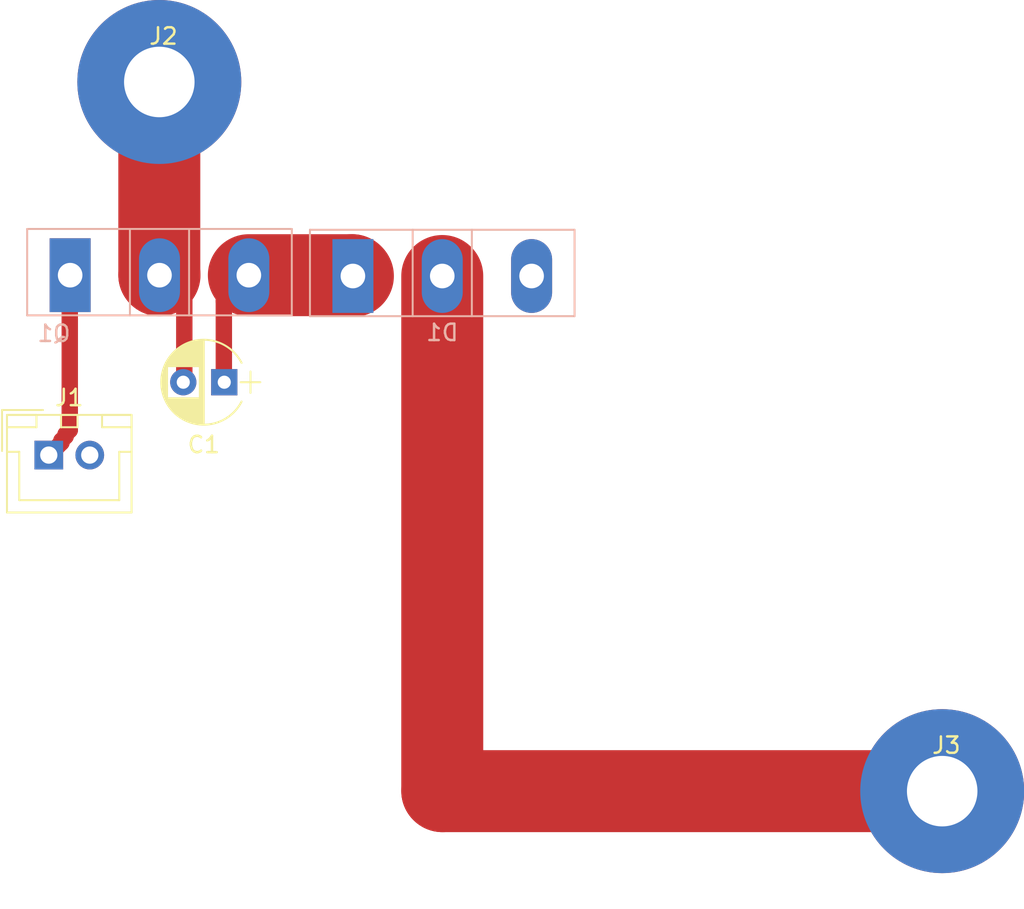
<source format=kicad_pcb>
(kicad_pcb (version 4) (host pcbnew 4.0.6)

  (general
    (links 7)
    (no_connects 4)
    (area 120.312199 84.8716 183.581 141.1528)
    (thickness 1.6)
    (drawings 0)
    (tracks 26)
    (zones 0)
    (modules 6)
    (nets 6)
  )

  (page A4)
  (layers
    (0 F.Cu signal)
    (31 B.Cu signal)
    (32 B.Adhes user)
    (33 F.Adhes user)
    (34 B.Paste user)
    (35 F.Paste user)
    (36 B.SilkS user)
    (37 F.SilkS user)
    (38 B.Mask user)
    (39 F.Mask user)
    (40 Dwgs.User user)
    (41 Cmts.User user)
    (42 Eco1.User user)
    (43 Eco2.User user)
    (44 Edge.Cuts user)
    (45 Margin user)
    (46 B.CrtYd user)
    (47 F.CrtYd user)
    (48 B.Fab user)
    (49 F.Fab user)
  )

  (setup
    (last_trace_width 1)
    (trace_clearance 0.4)
    (zone_clearance 0.508)
    (zone_45_only no)
    (trace_min 0.2)
    (segment_width 0.2)
    (edge_width 0.15)
    (via_size 1.5)
    (via_drill 1)
    (via_min_size 0.4)
    (via_min_drill 0.3)
    (uvia_size 1)
    (uvia_drill 0.5)
    (uvias_allowed no)
    (uvia_min_size 0.2)
    (uvia_min_drill 0.1)
    (pcb_text_width 0.3)
    (pcb_text_size 1.5 1.5)
    (mod_edge_width 0.15)
    (mod_text_size 1 1)
    (mod_text_width 0.15)
    (pad_size 1.524 1.524)
    (pad_drill 0.762)
    (pad_to_mask_clearance 0.2)
    (aux_axis_origin 0 0)
    (visible_elements 7FFFFFFF)
    (pcbplotparams
      (layerselection 0x00030_80000001)
      (usegerberextensions false)
      (excludeedgelayer true)
      (linewidth 0.100000)
      (plotframeref false)
      (viasonmask false)
      (mode 1)
      (useauxorigin false)
      (hpglpennumber 1)
      (hpglpenspeed 20)
      (hpglpendiameter 15)
      (hpglpenoverlay 2)
      (psnegative false)
      (psa4output false)
      (plotreference true)
      (plotvalue true)
      (plotinvisibletext false)
      (padsonsilk false)
      (subtractmaskfromsilk false)
      (outputformat 1)
      (mirror false)
      (drillshape 1)
      (scaleselection 1)
      (outputdirectory ""))
  )

  (net 0 "")
  (net 1 GND_ISO)
  (net 2 "Net-(C1-Pad2)")
  (net 3 "Net-(D1-Pad2)")
  (net 4 "Net-(D1-Pad3)")
  (net 5 DRV_GATE)

  (net_class Default "This is the default net class."
    (clearance 0.4)
    (trace_width 1)
    (via_dia 1.5)
    (via_drill 1)
    (uvia_dia 1)
    (uvia_drill 0.5)
    (add_net DRV_GATE)
    (add_net GND_ISO)
    (add_net "Net-(C1-Pad2)")
    (add_net "Net-(D1-Pad2)")
    (add_net "Net-(D1-Pad3)")
  )

  (module TO_SOT_Packages_THT:TO-247_TO-3P_Vertical (layer B.Cu) (tedit 58CE52AE) (tstamp 59AEC147)
    (at 142.237292 102.107022)
    (descr "TO-247, Vertical, RM 5.45mm, TO-3P")
    (tags "TO-247 Vertical RM 5.45mm TO-3P")
    (path /59AEBE37)
    (fp_text reference D1 (at 5.45 3.45) (layer B.SilkS)
      (effects (font (size 1 1) (thickness 0.15)) (justify mirror))
    )
    (fp_text value PWR_DIODE (at 5.45 -6.07) (layer B.Fab)
      (effects (font (size 1 1) (thickness 0.15)) (justify mirror))
    )
    (fp_text user %R (at 5.45 3.45) (layer B.Fab)
      (effects (font (size 1 1) (thickness 0.15)) (justify mirror))
    )
    (fp_line (start -2.5 2.33) (end -2.5 -2.7) (layer B.Fab) (width 0.1))
    (fp_line (start -2.5 -2.7) (end 13.4 -2.7) (layer B.Fab) (width 0.1))
    (fp_line (start 13.4 -2.7) (end 13.4 2.33) (layer B.Fab) (width 0.1))
    (fp_line (start 13.4 2.33) (end -2.5 2.33) (layer B.Fab) (width 0.1))
    (fp_line (start 3.645 2.33) (end 3.645 -2.7) (layer B.Fab) (width 0.1))
    (fp_line (start 7.255 2.33) (end 7.255 -2.7) (layer B.Fab) (width 0.1))
    (fp_line (start -2.62 2.451) (end 13.52 2.451) (layer B.SilkS) (width 0.12))
    (fp_line (start -2.62 -2.82) (end 13.52 -2.82) (layer B.SilkS) (width 0.12))
    (fp_line (start -2.62 2.451) (end -2.62 -2.82) (layer B.SilkS) (width 0.12))
    (fp_line (start 13.52 2.451) (end 13.52 -2.82) (layer B.SilkS) (width 0.12))
    (fp_line (start 3.646 2.451) (end 3.646 -2.82) (layer B.SilkS) (width 0.12))
    (fp_line (start 7.255 2.451) (end 7.255 -2.82) (layer B.SilkS) (width 0.12))
    (fp_line (start -2.75 2.59) (end -2.75 -2.95) (layer B.CrtYd) (width 0.05))
    (fp_line (start -2.75 -2.95) (end 13.65 -2.95) (layer B.CrtYd) (width 0.05))
    (fp_line (start 13.65 -2.95) (end 13.65 2.59) (layer B.CrtYd) (width 0.05))
    (fp_line (start 13.65 2.59) (end -2.75 2.59) (layer B.CrtYd) (width 0.05))
    (pad 1 thru_hole rect (at 0 0) (size 2.5 4.5) (drill 1.5) (layers *.Cu *.Mask)
      (net 1 GND_ISO))
    (pad 2 thru_hole oval (at 5.45 0) (size 2.5 4.5) (drill 1.5) (layers *.Cu *.Mask)
      (net 3 "Net-(D1-Pad2)"))
    (pad 3 thru_hole oval (at 10.9 0) (size 2.5 4.5) (drill 1.5) (layers *.Cu *.Mask)
      (net 4 "Net-(D1-Pad3)"))
    (model ${KISYS3DMOD}/TO_SOT_Packages_THT.3dshapes/TO-247_TO-3P_Vertical.wrl
      (at (xyz 0.212598 0 0))
      (scale (xyz 1 1 1))
      (rotate (xyz 0 0 0))
    )
  )

  (module Connectors_JST:JST_XH_B02B-XH-A_02x2.50mm_Straight (layer F.Cu) (tedit 58EAE7F0) (tstamp 59AEC14D)
    (at 123.6872 113.03)
    (descr "JST XH series connector, B02B-XH-A, top entry type, through hole")
    (tags "connector jst xh tht top vertical 2.50mm")
    (path /59AEBE3C)
    (fp_text reference J1 (at 1.25 -3.5) (layer F.SilkS)
      (effects (font (size 1 1) (thickness 0.15)))
    )
    (fp_text value Control (at 1.25 4.5) (layer F.Fab)
      (effects (font (size 1 1) (thickness 0.15)))
    )
    (fp_line (start -2.45 -2.35) (end -2.45 3.4) (layer F.Fab) (width 0.1))
    (fp_line (start -2.45 3.4) (end 4.95 3.4) (layer F.Fab) (width 0.1))
    (fp_line (start 4.95 3.4) (end 4.95 -2.35) (layer F.Fab) (width 0.1))
    (fp_line (start 4.95 -2.35) (end -2.45 -2.35) (layer F.Fab) (width 0.1))
    (fp_line (start -2.95 -2.85) (end -2.95 3.9) (layer F.CrtYd) (width 0.05))
    (fp_line (start -2.95 3.9) (end 5.45 3.9) (layer F.CrtYd) (width 0.05))
    (fp_line (start 5.45 3.9) (end 5.45 -2.85) (layer F.CrtYd) (width 0.05))
    (fp_line (start 5.45 -2.85) (end -2.95 -2.85) (layer F.CrtYd) (width 0.05))
    (fp_line (start -2.55 -2.45) (end -2.55 3.5) (layer F.SilkS) (width 0.12))
    (fp_line (start -2.55 3.5) (end 5.05 3.5) (layer F.SilkS) (width 0.12))
    (fp_line (start 5.05 3.5) (end 5.05 -2.45) (layer F.SilkS) (width 0.12))
    (fp_line (start 5.05 -2.45) (end -2.55 -2.45) (layer F.SilkS) (width 0.12))
    (fp_line (start 0.75 -2.45) (end 0.75 -1.7) (layer F.SilkS) (width 0.12))
    (fp_line (start 0.75 -1.7) (end 1.75 -1.7) (layer F.SilkS) (width 0.12))
    (fp_line (start 1.75 -1.7) (end 1.75 -2.45) (layer F.SilkS) (width 0.12))
    (fp_line (start 1.75 -2.45) (end 0.75 -2.45) (layer F.SilkS) (width 0.12))
    (fp_line (start -2.55 -2.45) (end -2.55 -1.7) (layer F.SilkS) (width 0.12))
    (fp_line (start -2.55 -1.7) (end -0.75 -1.7) (layer F.SilkS) (width 0.12))
    (fp_line (start -0.75 -1.7) (end -0.75 -2.45) (layer F.SilkS) (width 0.12))
    (fp_line (start -0.75 -2.45) (end -2.55 -2.45) (layer F.SilkS) (width 0.12))
    (fp_line (start 3.25 -2.45) (end 3.25 -1.7) (layer F.SilkS) (width 0.12))
    (fp_line (start 3.25 -1.7) (end 5.05 -1.7) (layer F.SilkS) (width 0.12))
    (fp_line (start 5.05 -1.7) (end 5.05 -2.45) (layer F.SilkS) (width 0.12))
    (fp_line (start 5.05 -2.45) (end 3.25 -2.45) (layer F.SilkS) (width 0.12))
    (fp_line (start -2.55 -0.2) (end -1.8 -0.2) (layer F.SilkS) (width 0.12))
    (fp_line (start -1.8 -0.2) (end -1.8 2.75) (layer F.SilkS) (width 0.12))
    (fp_line (start -1.8 2.75) (end 1.25 2.75) (layer F.SilkS) (width 0.12))
    (fp_line (start 5.05 -0.2) (end 4.3 -0.2) (layer F.SilkS) (width 0.12))
    (fp_line (start 4.3 -0.2) (end 4.3 2.75) (layer F.SilkS) (width 0.12))
    (fp_line (start 4.3 2.75) (end 1.25 2.75) (layer F.SilkS) (width 0.12))
    (fp_line (start -0.35 -2.75) (end -2.85 -2.75) (layer F.SilkS) (width 0.12))
    (fp_line (start -2.85 -2.75) (end -2.85 -0.25) (layer F.SilkS) (width 0.12))
    (fp_line (start -0.35 -2.75) (end -2.85 -2.75) (layer F.Fab) (width 0.1))
    (fp_line (start -2.85 -2.75) (end -2.85 -0.25) (layer F.Fab) (width 0.1))
    (fp_text user %R (at 1.25 2.5) (layer F.Fab)
      (effects (font (size 1 1) (thickness 0.15)))
    )
    (pad 1 thru_hole rect (at 0 0) (size 1.75 1.75) (drill 1.05) (layers *.Cu *.Mask)
      (net 5 DRV_GATE))
    (pad 2 thru_hole circle (at 2.5 0) (size 1.75 1.75) (drill 1.05) (layers *.Cu *.Mask)
      (net 1 GND_ISO))
    (model Connectors_JST.3dshapes/JST_XH_B02B-XH-A_02x2.50mm_Straight.wrl
      (at (xyz 0 0 0))
      (scale (xyz 1 1 1))
      (rotate (xyz 0 0 0))
    )
  )

  (module TO_SOT_Packages_THT:TO-247_TO-3P_Vertical (layer B.Cu) (tedit 58CE52AE) (tstamp 59AEC15E)
    (at 124.990692 102.056222)
    (descr "TO-247, Vertical, RM 5.45mm, TO-3P")
    (tags "TO-247 Vertical RM 5.45mm TO-3P")
    (path /59AEBE38)
    (fp_text reference Q1 (at -0.9906 3.556) (layer B.SilkS)
      (effects (font (size 1 1) (thickness 0.15)) (justify mirror))
    )
    (fp_text value RFP12N10L (at 5.45 -6.07) (layer B.Fab)
      (effects (font (size 1 1) (thickness 0.15)) (justify mirror))
    )
    (fp_text user %R (at -0.9906 3.556) (layer B.Fab)
      (effects (font (size 1 1) (thickness 0.15)) (justify mirror))
    )
    (fp_line (start -2.5 2.33) (end -2.5 -2.7) (layer B.Fab) (width 0.1))
    (fp_line (start -2.5 -2.7) (end 13.4 -2.7) (layer B.Fab) (width 0.1))
    (fp_line (start 13.4 -2.7) (end 13.4 2.33) (layer B.Fab) (width 0.1))
    (fp_line (start 13.4 2.33) (end -2.5 2.33) (layer B.Fab) (width 0.1))
    (fp_line (start 3.645 2.33) (end 3.645 -2.7) (layer B.Fab) (width 0.1))
    (fp_line (start 7.255 2.33) (end 7.255 -2.7) (layer B.Fab) (width 0.1))
    (fp_line (start -2.62 2.451) (end 13.52 2.451) (layer B.SilkS) (width 0.12))
    (fp_line (start -2.62 -2.82) (end 13.52 -2.82) (layer B.SilkS) (width 0.12))
    (fp_line (start -2.62 2.451) (end -2.62 -2.82) (layer B.SilkS) (width 0.12))
    (fp_line (start 13.52 2.451) (end 13.52 -2.82) (layer B.SilkS) (width 0.12))
    (fp_line (start 3.646 2.451) (end 3.646 -2.82) (layer B.SilkS) (width 0.12))
    (fp_line (start 7.255 2.451) (end 7.255 -2.82) (layer B.SilkS) (width 0.12))
    (fp_line (start -2.75 2.59) (end -2.75 -2.95) (layer B.CrtYd) (width 0.05))
    (fp_line (start -2.75 -2.95) (end 13.65 -2.95) (layer B.CrtYd) (width 0.05))
    (fp_line (start 13.65 -2.95) (end 13.65 2.59) (layer B.CrtYd) (width 0.05))
    (fp_line (start 13.65 2.59) (end -2.75 2.59) (layer B.CrtYd) (width 0.05))
    (pad 1 thru_hole rect (at 0 0) (size 2.5 4.5) (drill 1.5) (layers *.Cu *.Mask)
      (net 5 DRV_GATE))
    (pad 2 thru_hole oval (at 5.45 0) (size 2.5 4.5) (drill 1.5) (layers *.Cu *.Mask)
      (net 2 "Net-(C1-Pad2)"))
    (pad 3 thru_hole oval (at 10.9 0) (size 2.5 4.5) (drill 1.5) (layers *.Cu *.Mask)
      (net 1 GND_ISO))
    (model ${KISYS3DMOD}/TO_SOT_Packages_THT.3dshapes/TO-247_TO-3P_Vertical.wrl
      (at (xyz 0.212598 0 0))
      (scale (xyz 1 1 1))
      (rotate (xyz 0 0 0))
    )
  )

  (module PartsLibraries:CP_Radial_D5.0mm_P2.50mm (layer F.Cu) (tedit 597BC7C2) (tstamp 59AEEBFE)
    (at 134.3914 108.585 180)
    (descr "CP, Radial series, Radial, pin pitch=2.50mm, , diameter=5mm, Electrolytic Capacitor")
    (tags "CP Radial series Radial pin pitch 2.50mm  diameter 5mm Electrolytic Capacitor")
    (path /59AEBE39)
    (fp_text reference C1 (at 1.25 -3.81 180) (layer F.SilkS)
      (effects (font (size 1 1) (thickness 0.15)))
    )
    (fp_text value C (at 1.25 3.81 180) (layer F.Fab)
      (effects (font (size 1 1) (thickness 0.15)))
    )
    (fp_arc (start 1.25 0) (end -1.05558 -1.18) (angle 125.8) (layer F.SilkS) (width 0.12))
    (fp_arc (start 1.25 0) (end -1.05558 1.18) (angle -125.8) (layer F.SilkS) (width 0.12))
    (fp_arc (start 1.25 0) (end 3.55558 -1.18) (angle 54.2) (layer F.SilkS) (width 0.12))
    (fp_circle (center 1.25 0) (end 3.75 0) (layer F.Fab) (width 0.1))
    (fp_line (start -2.2 0) (end -1 0) (layer F.Fab) (width 0.1))
    (fp_line (start -1.6 -0.65) (end -1.6 0.65) (layer F.Fab) (width 0.1))
    (fp_line (start 1.25 -2.55) (end 1.25 2.55) (layer F.SilkS) (width 0.12))
    (fp_line (start 1.29 -2.55) (end 1.29 2.55) (layer F.SilkS) (width 0.12))
    (fp_line (start 1.33 -2.549) (end 1.33 2.549) (layer F.SilkS) (width 0.12))
    (fp_line (start 1.37 -2.548) (end 1.37 2.548) (layer F.SilkS) (width 0.12))
    (fp_line (start 1.41 -2.546) (end 1.41 2.546) (layer F.SilkS) (width 0.12))
    (fp_line (start 1.45 -2.543) (end 1.45 2.543) (layer F.SilkS) (width 0.12))
    (fp_line (start 1.49 -2.539) (end 1.49 2.539) (layer F.SilkS) (width 0.12))
    (fp_line (start 1.53 -2.535) (end 1.53 -0.98) (layer F.SilkS) (width 0.12))
    (fp_line (start 1.53 0.98) (end 1.53 2.535) (layer F.SilkS) (width 0.12))
    (fp_line (start 1.57 -2.531) (end 1.57 -0.98) (layer F.SilkS) (width 0.12))
    (fp_line (start 1.57 0.98) (end 1.57 2.531) (layer F.SilkS) (width 0.12))
    (fp_line (start 1.61 -2.525) (end 1.61 -0.98) (layer F.SilkS) (width 0.12))
    (fp_line (start 1.61 0.98) (end 1.61 2.525) (layer F.SilkS) (width 0.12))
    (fp_line (start 1.65 -2.519) (end 1.65 -0.98) (layer F.SilkS) (width 0.12))
    (fp_line (start 1.65 0.98) (end 1.65 2.519) (layer F.SilkS) (width 0.12))
    (fp_line (start 1.69 -2.513) (end 1.69 -0.98) (layer F.SilkS) (width 0.12))
    (fp_line (start 1.69 0.98) (end 1.69 2.513) (layer F.SilkS) (width 0.12))
    (fp_line (start 1.73 -2.506) (end 1.73 -0.98) (layer F.SilkS) (width 0.12))
    (fp_line (start 1.73 0.98) (end 1.73 2.506) (layer F.SilkS) (width 0.12))
    (fp_line (start 1.77 -2.498) (end 1.77 -0.98) (layer F.SilkS) (width 0.12))
    (fp_line (start 1.77 0.98) (end 1.77 2.498) (layer F.SilkS) (width 0.12))
    (fp_line (start 1.81 -2.489) (end 1.81 -0.98) (layer F.SilkS) (width 0.12))
    (fp_line (start 1.81 0.98) (end 1.81 2.489) (layer F.SilkS) (width 0.12))
    (fp_line (start 1.85 -2.48) (end 1.85 -0.98) (layer F.SilkS) (width 0.12))
    (fp_line (start 1.85 0.98) (end 1.85 2.48) (layer F.SilkS) (width 0.12))
    (fp_line (start 1.89 -2.47) (end 1.89 -0.98) (layer F.SilkS) (width 0.12))
    (fp_line (start 1.89 0.98) (end 1.89 2.47) (layer F.SilkS) (width 0.12))
    (fp_line (start 1.93 -2.46) (end 1.93 -0.98) (layer F.SilkS) (width 0.12))
    (fp_line (start 1.93 0.98) (end 1.93 2.46) (layer F.SilkS) (width 0.12))
    (fp_line (start 1.971 -2.448) (end 1.971 -0.98) (layer F.SilkS) (width 0.12))
    (fp_line (start 1.971 0.98) (end 1.971 2.448) (layer F.SilkS) (width 0.12))
    (fp_line (start 2.011 -2.436) (end 2.011 -0.98) (layer F.SilkS) (width 0.12))
    (fp_line (start 2.011 0.98) (end 2.011 2.436) (layer F.SilkS) (width 0.12))
    (fp_line (start 2.051 -2.424) (end 2.051 -0.98) (layer F.SilkS) (width 0.12))
    (fp_line (start 2.051 0.98) (end 2.051 2.424) (layer F.SilkS) (width 0.12))
    (fp_line (start 2.091 -2.41) (end 2.091 -0.98) (layer F.SilkS) (width 0.12))
    (fp_line (start 2.091 0.98) (end 2.091 2.41) (layer F.SilkS) (width 0.12))
    (fp_line (start 2.131 -2.396) (end 2.131 -0.98) (layer F.SilkS) (width 0.12))
    (fp_line (start 2.131 0.98) (end 2.131 2.396) (layer F.SilkS) (width 0.12))
    (fp_line (start 2.171 -2.382) (end 2.171 -0.98) (layer F.SilkS) (width 0.12))
    (fp_line (start 2.171 0.98) (end 2.171 2.382) (layer F.SilkS) (width 0.12))
    (fp_line (start 2.211 -2.366) (end 2.211 -0.98) (layer F.SilkS) (width 0.12))
    (fp_line (start 2.211 0.98) (end 2.211 2.366) (layer F.SilkS) (width 0.12))
    (fp_line (start 2.251 -2.35) (end 2.251 -0.98) (layer F.SilkS) (width 0.12))
    (fp_line (start 2.251 0.98) (end 2.251 2.35) (layer F.SilkS) (width 0.12))
    (fp_line (start 2.291 -2.333) (end 2.291 -0.98) (layer F.SilkS) (width 0.12))
    (fp_line (start 2.291 0.98) (end 2.291 2.333) (layer F.SilkS) (width 0.12))
    (fp_line (start 2.331 -2.315) (end 2.331 -0.98) (layer F.SilkS) (width 0.12))
    (fp_line (start 2.331 0.98) (end 2.331 2.315) (layer F.SilkS) (width 0.12))
    (fp_line (start 2.371 -2.296) (end 2.371 -0.98) (layer F.SilkS) (width 0.12))
    (fp_line (start 2.371 0.98) (end 2.371 2.296) (layer F.SilkS) (width 0.12))
    (fp_line (start 2.411 -2.276) (end 2.411 -0.98) (layer F.SilkS) (width 0.12))
    (fp_line (start 2.411 0.98) (end 2.411 2.276) (layer F.SilkS) (width 0.12))
    (fp_line (start 2.451 -2.256) (end 2.451 -0.98) (layer F.SilkS) (width 0.12))
    (fp_line (start 2.451 0.98) (end 2.451 2.256) (layer F.SilkS) (width 0.12))
    (fp_line (start 2.491 -2.234) (end 2.491 -0.98) (layer F.SilkS) (width 0.12))
    (fp_line (start 2.491 0.98) (end 2.491 2.234) (layer F.SilkS) (width 0.12))
    (fp_line (start 2.531 -2.212) (end 2.531 -0.98) (layer F.SilkS) (width 0.12))
    (fp_line (start 2.531 0.98) (end 2.531 2.212) (layer F.SilkS) (width 0.12))
    (fp_line (start 2.571 -2.189) (end 2.571 -0.98) (layer F.SilkS) (width 0.12))
    (fp_line (start 2.571 0.98) (end 2.571 2.189) (layer F.SilkS) (width 0.12))
    (fp_line (start 2.611 -2.165) (end 2.611 -0.98) (layer F.SilkS) (width 0.12))
    (fp_line (start 2.611 0.98) (end 2.611 2.165) (layer F.SilkS) (width 0.12))
    (fp_line (start 2.651 -2.14) (end 2.651 -0.98) (layer F.SilkS) (width 0.12))
    (fp_line (start 2.651 0.98) (end 2.651 2.14) (layer F.SilkS) (width 0.12))
    (fp_line (start 2.691 -2.113) (end 2.691 -0.98) (layer F.SilkS) (width 0.12))
    (fp_line (start 2.691 0.98) (end 2.691 2.113) (layer F.SilkS) (width 0.12))
    (fp_line (start 2.731 -2.086) (end 2.731 -0.98) (layer F.SilkS) (width 0.12))
    (fp_line (start 2.731 0.98) (end 2.731 2.086) (layer F.SilkS) (width 0.12))
    (fp_line (start 2.771 -2.058) (end 2.771 -0.98) (layer F.SilkS) (width 0.12))
    (fp_line (start 2.771 0.98) (end 2.771 2.058) (layer F.SilkS) (width 0.12))
    (fp_line (start 2.811 -2.028) (end 2.811 -0.98) (layer F.SilkS) (width 0.12))
    (fp_line (start 2.811 0.98) (end 2.811 2.028) (layer F.SilkS) (width 0.12))
    (fp_line (start 2.851 -1.997) (end 2.851 -0.98) (layer F.SilkS) (width 0.12))
    (fp_line (start 2.851 0.98) (end 2.851 1.997) (layer F.SilkS) (width 0.12))
    (fp_line (start 2.891 -1.965) (end 2.891 -0.98) (layer F.SilkS) (width 0.12))
    (fp_line (start 2.891 0.98) (end 2.891 1.965) (layer F.SilkS) (width 0.12))
    (fp_line (start 2.931 -1.932) (end 2.931 -0.98) (layer F.SilkS) (width 0.12))
    (fp_line (start 2.931 0.98) (end 2.931 1.932) (layer F.SilkS) (width 0.12))
    (fp_line (start 2.971 -1.897) (end 2.971 -0.98) (layer F.SilkS) (width 0.12))
    (fp_line (start 2.971 0.98) (end 2.971 1.897) (layer F.SilkS) (width 0.12))
    (fp_line (start 3.011 -1.861) (end 3.011 -0.98) (layer F.SilkS) (width 0.12))
    (fp_line (start 3.011 0.98) (end 3.011 1.861) (layer F.SilkS) (width 0.12))
    (fp_line (start 3.051 -1.823) (end 3.051 -0.98) (layer F.SilkS) (width 0.12))
    (fp_line (start 3.051 0.98) (end 3.051 1.823) (layer F.SilkS) (width 0.12))
    (fp_line (start 3.091 -1.783) (end 3.091 -0.98) (layer F.SilkS) (width 0.12))
    (fp_line (start 3.091 0.98) (end 3.091 1.783) (layer F.SilkS) (width 0.12))
    (fp_line (start 3.131 -1.742) (end 3.131 -0.98) (layer F.SilkS) (width 0.12))
    (fp_line (start 3.131 0.98) (end 3.131 1.742) (layer F.SilkS) (width 0.12))
    (fp_line (start 3.171 -1.699) (end 3.171 -0.98) (layer F.SilkS) (width 0.12))
    (fp_line (start 3.171 0.98) (end 3.171 1.699) (layer F.SilkS) (width 0.12))
    (fp_line (start 3.211 -1.654) (end 3.211 -0.98) (layer F.SilkS) (width 0.12))
    (fp_line (start 3.211 0.98) (end 3.211 1.654) (layer F.SilkS) (width 0.12))
    (fp_line (start 3.251 -1.606) (end 3.251 -0.98) (layer F.SilkS) (width 0.12))
    (fp_line (start 3.251 0.98) (end 3.251 1.606) (layer F.SilkS) (width 0.12))
    (fp_line (start 3.291 -1.556) (end 3.291 -0.98) (layer F.SilkS) (width 0.12))
    (fp_line (start 3.291 0.98) (end 3.291 1.556) (layer F.SilkS) (width 0.12))
    (fp_line (start 3.331 -1.504) (end 3.331 -0.98) (layer F.SilkS) (width 0.12))
    (fp_line (start 3.331 0.98) (end 3.331 1.504) (layer F.SilkS) (width 0.12))
    (fp_line (start 3.371 -1.448) (end 3.371 -0.98) (layer F.SilkS) (width 0.12))
    (fp_line (start 3.371 0.98) (end 3.371 1.448) (layer F.SilkS) (width 0.12))
    (fp_line (start 3.411 -1.39) (end 3.411 -0.98) (layer F.SilkS) (width 0.12))
    (fp_line (start 3.411 0.98) (end 3.411 1.39) (layer F.SilkS) (width 0.12))
    (fp_line (start 3.451 -1.327) (end 3.451 -0.98) (layer F.SilkS) (width 0.12))
    (fp_line (start 3.451 0.98) (end 3.451 1.327) (layer F.SilkS) (width 0.12))
    (fp_line (start 3.491 -1.261) (end 3.491 1.261) (layer F.SilkS) (width 0.12))
    (fp_line (start 3.531 -1.189) (end 3.531 1.189) (layer F.SilkS) (width 0.12))
    (fp_line (start 3.571 -1.112) (end 3.571 1.112) (layer F.SilkS) (width 0.12))
    (fp_line (start 3.611 -1.028) (end 3.611 1.028) (layer F.SilkS) (width 0.12))
    (fp_line (start 3.651 -0.934) (end 3.651 0.934) (layer F.SilkS) (width 0.12))
    (fp_line (start 3.691 -0.829) (end 3.691 0.829) (layer F.SilkS) (width 0.12))
    (fp_line (start 3.731 -0.707) (end 3.731 0.707) (layer F.SilkS) (width 0.12))
    (fp_line (start 3.771 -0.559) (end 3.771 0.559) (layer F.SilkS) (width 0.12))
    (fp_line (start 3.811 -0.354) (end 3.811 0.354) (layer F.SilkS) (width 0.12))
    (fp_line (start -2.2 0) (end -1 0) (layer F.SilkS) (width 0.12))
    (fp_line (start -1.6 -0.65) (end -1.6 0.65) (layer F.SilkS) (width 0.12))
    (fp_line (start -1.6 -2.85) (end -1.6 2.85) (layer F.CrtYd) (width 0.05))
    (fp_line (start -1.6 2.85) (end 4.1 2.85) (layer F.CrtYd) (width 0.05))
    (fp_line (start 4.1 2.85) (end 4.1 -2.85) (layer F.CrtYd) (width 0.05))
    (fp_line (start 4.1 -2.85) (end -1.6 -2.85) (layer F.CrtYd) (width 0.05))
    (fp_text user %R (at 1.25 0 180) (layer F.Fab)
      (effects (font (size 1 1) (thickness 0.15)))
    )
    (pad 1 thru_hole rect (at 0 0 180) (size 1.6 1.6) (drill 0.8) (layers *.Cu *.Mask)
      (net 1 GND_ISO))
    (pad 2 thru_hole circle (at 2.5 0 180) (size 1.6 1.6) (drill 0.8) (layers *.Cu *.Mask)
      (net 2 "Net-(C1-Pad2)"))
    (model ${KISYS3DMOD}/Capacitors_THT.3dshapes/CP_Radial_D5.0mm_P2.50mm.wrl
      (at (xyz 0 0 0))
      (scale (xyz 0.3937 0.3937 0.3937))
      (rotate (xyz 0 0 0))
    )
  )

  (module PartsLibraries:PowerConnectorRound (layer F.Cu) (tedit 59AECA0D) (tstamp 59AEF5D7)
    (at 130.429 90.2716)
    (path /59AEBE3B)
    (fp_text reference J2 (at 0.254 -2.794) (layer F.SilkS)
      (effects (font (size 1 1) (thickness 0.15)))
    )
    (fp_text value DRN (at 0 6.35) (layer F.Fab)
      (effects (font (size 1 1) (thickness 0.15)))
    )
    (pad 1 thru_hole circle (at 0 0) (size 10 10) (drill 4.3) (layers *.Cu *.Mask)
      (net 2 "Net-(C1-Pad2)"))
  )

  (module PartsLibraries:PowerConnectorRound (layer F.Cu) (tedit 59AECA0D) (tstamp 59AEF5DC)
    (at 178.181 133.5278)
    (path /59AEBE3A)
    (fp_text reference J3 (at 0.254 -2.794) (layer F.SilkS)
      (effects (font (size 1 1) (thickness 0.15)))
    )
    (fp_text value SRC (at 0 6.35) (layer F.Fab)
      (effects (font (size 1 1) (thickness 0.15)))
    )
    (pad 1 thru_hole circle (at 0 0) (size 10 10) (drill 4.3) (layers *.Cu *.Mask)
      (net 3 "Net-(D1-Pad2)"))
  )

  (segment (start 135.890692 102.056222) (end 142.186492 102.056222) (width 5) (layer F.Cu) (net 1))
  (segment (start 142.186492 102.056222) (end 142.237292 102.107022) (width 5) (layer F.Cu) (net 1))
  (segment (start 135.890692 102.056222) (end 135.89 102.108) (width 1) (layer F.Cu) (net 1) (status 80000))
  (segment (start 135.89 102.108) (end 134.366 103.632) (width 1) (layer F.Cu) (net 1) (status 80000))
  (segment (start 134.366 103.632) (end 134.366 108.585) (width 1) (layer F.Cu) (net 1) (status 80000))
  (segment (start 134.366 108.585) (end 134.3914 108.585) (width 1) (layer F.Cu) (net 1) (tstamp 59AEFF11) (status 80000))
  (segment (start 142.237292 102.107022) (end 142.24 102.108) (width 1) (layer B.Cu) (net 1) (status 80000))
  (segment (start 135.89 102.108) (end 135.890692 102.056222) (width 1) (layer B.Cu) (net 1) (tstamp 59AEFF10) (status 80000))
  (segment (start 130.429 90.2716) (end 130.429 102.04453) (width 5) (layer F.Cu) (net 2))
  (segment (start 130.429 102.04453) (end 130.440692 102.056222) (width 5) (layer F.Cu) (net 2))
  (segment (start 130.440692 102.056222) (end 130.429 102.108) (width 1) (layer F.Cu) (net 2) (status 80000))
  (segment (start 130.440692 102.056222) (end 130.429 102.108) (width 1) (layer F.Cu) (net 2) (status 80000))
  (segment (start 130.429 102.108) (end 131.953 103.632) (width 1) (layer F.Cu) (net 2) (status 80000))
  (segment (start 131.953 103.632) (end 131.953 108.585) (width 1) (layer F.Cu) (net 2) (status 80000))
  (segment (start 131.953 108.585) (end 131.8914 108.585) (width 1) (layer F.Cu) (net 2) (tstamp 59AEFF12) (status 80000))
  (segment (start 147.687292 133.514092) (end 147.701 133.5278) (width 5) (layer F.Cu) (net 3))
  (segment (start 147.701 133.5278) (end 178.181 133.5278) (width 5) (layer F.Cu) (net 3))
  (segment (start 147.687292 102.107022) (end 147.687292 133.514092) (width 5) (layer F.Cu) (net 3))
  (segment (start 123.6872 113.03) (end 123.698 113.03) (width 1) (layer F.Cu) (net 5) (status 80000))
  (segment (start 123.698 113.03) (end 124.46 112.268) (width 1) (layer F.Cu) (net 5) (status 80000))
  (segment (start 124.46 112.268) (end 124.46 112.141) (width 1) (layer F.Cu) (net 5) (status 80000))
  (segment (start 124.46 112.141) (end 124.714 111.887) (width 1) (layer F.Cu) (net 5) (status 80000))
  (segment (start 124.714 111.887) (end 124.714 111.76) (width 1) (layer F.Cu) (net 5) (status 80000))
  (segment (start 124.714 111.76) (end 124.968 111.506) (width 1) (layer F.Cu) (net 5) (status 80000))
  (segment (start 124.968 111.506) (end 124.968 102.108) (width 1) (layer F.Cu) (net 5) (status 80000))
  (segment (start 124.968 102.108) (end 124.990692 102.056222) (width 1) (layer F.Cu) (net 5) (tstamp 59AEFF13) (status 80000))

)

</source>
